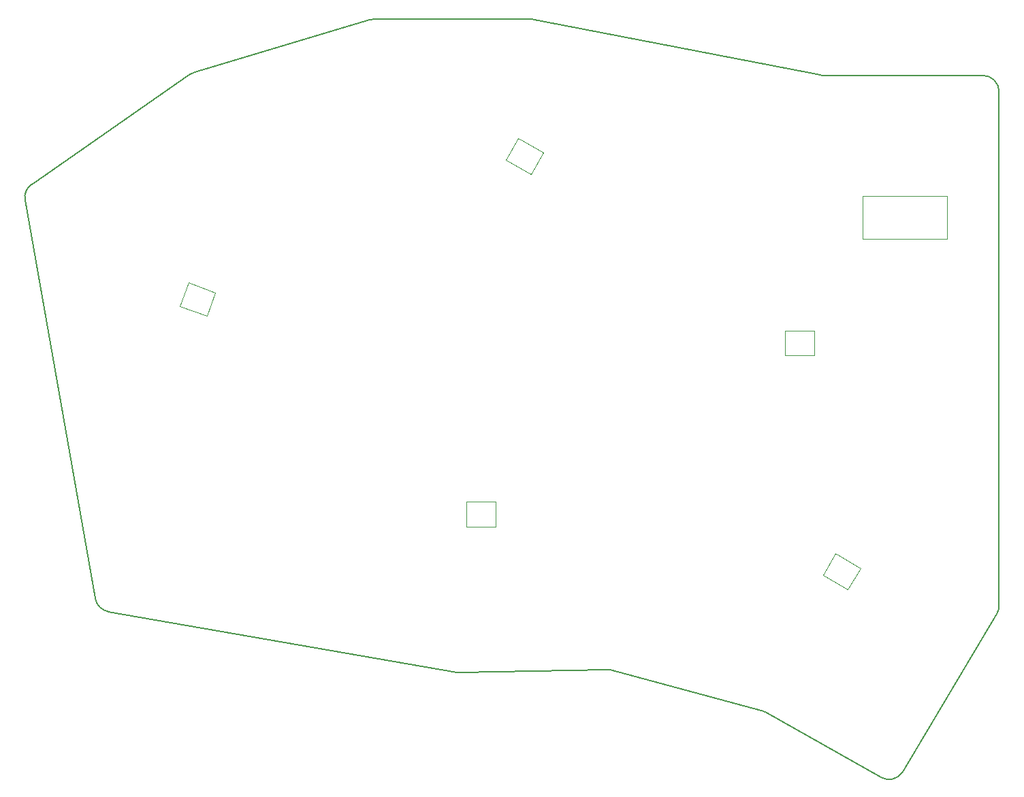
<source format=gbr>
%TF.GenerationSoftware,KiCad,Pcbnew,9.0.3*%
%TF.CreationDate,2025-07-20T18:48:36+02:00*%
%TF.ProjectId,kdb-v1,6b64622d-7631-42e6-9b69-6361645f7063,v1.0.0*%
%TF.SameCoordinates,Original*%
%TF.FileFunction,Profile,NP*%
%FSLAX46Y46*%
G04 Gerber Fmt 4.6, Leading zero omitted, Abs format (unit mm)*
G04 Created by KiCad (PCBNEW 9.0.3) date 2025-07-20 18:48:36*
%MOMM*%
%LPD*%
G01*
G04 APERTURE LIST*
%TA.AperFunction,Profile*%
%ADD10C,0.150000*%
%TD*%
%TA.AperFunction,Profile*%
%ADD11C,0.120000*%
%TD*%
G04 APERTURE END LIST*
D10*
X146136964Y-37679179D02*
X181758766Y-44605641D01*
X126240485Y-37642410D02*
X145755224Y-37642410D01*
X103353859Y-44501750D02*
G75*
G02*
X103920709Y-44228980I1139841J-1643350D01*
G01*
X182140505Y-44642410D02*
G75*
G02*
X181758765Y-44605644I-5J2000110D01*
G01*
X145755225Y-37642410D02*
G75*
G02*
X146136963Y-37679182I-25J-2000090D01*
G01*
X136943515Y-118938073D02*
G75*
G02*
X136555085Y-118908739I-44315J1999573D01*
G01*
X201947865Y-44642410D02*
G75*
G02*
X203947890Y-46642410I35J-1999990D01*
G01*
X174403365Y-123641254D02*
G75*
G02*
X174869178Y-123831613I-517665J-1931846D01*
G01*
X125667511Y-37726242D02*
G75*
G02*
X126240485Y-37642406I572989J-1916158D01*
G01*
X155044010Y-118536850D02*
X136943515Y-118938073D01*
X83650358Y-58167612D02*
X103353858Y-44501750D01*
X203947865Y-46642410D02*
X203947865Y-110591861D01*
X174403365Y-123641254D02*
X155605970Y-118604507D01*
X103920712Y-44228991D02*
X125667510Y-37726242D01*
X203947865Y-110591861D02*
G75*
G02*
X203666124Y-111615407I-1999965J-39D01*
G01*
X155044010Y-118536851D02*
G75*
G02*
X155605968Y-118604516I44290J-1999549D01*
G01*
X93183489Y-111333517D02*
G75*
G02*
X91557950Y-109710645I344111J1970217D01*
G01*
X91557982Y-109710639D02*
X82820570Y-60158317D01*
X203666111Y-111615399D02*
X191972209Y-131246319D01*
X189270510Y-131964280D02*
X174869181Y-123831607D01*
X136555085Y-118908739D02*
X93183489Y-111333518D01*
X182140506Y-44642410D02*
X201947865Y-44642410D01*
X82820570Y-60158317D02*
G75*
G02*
X83650343Y-58167590I1969630J347317D01*
G01*
X191972209Y-131246319D02*
G75*
G02*
X189270531Y-131964243I-1718209J1023519D01*
G01*
D11*
%TO.C,RP2040Zero1*%
X186947865Y-65012410D02*
X186947865Y-59642410D01*
X186947865Y-65012410D02*
X197447865Y-65012410D01*
X197447865Y-59642410D02*
X186947865Y-59642410D01*
X197447865Y-59642410D02*
X197447865Y-65012410D01*
%TO.C,LED5*%
X137747865Y-97692410D02*
X141347865Y-97692410D01*
X141347865Y-100792410D01*
X137747865Y-100792410D01*
X137747865Y-97692410D01*
%TO.C,LED4*%
X186701480Y-105922167D02*
X185151480Y-108606845D01*
X182033788Y-106806845D01*
X183583788Y-104122167D01*
X186701480Y-105922167D01*
%TO.C,LED3*%
X177347865Y-76392410D02*
X180947865Y-76392410D01*
X180947865Y-79492410D01*
X177347865Y-79492410D01*
X177347865Y-76392410D01*
%TO.C,LED2*%
X147281711Y-54250071D02*
X145731711Y-56934749D01*
X142614019Y-55134749D01*
X144164019Y-52450071D01*
X147281711Y-54250071D01*
%TO.C,LED1*%
X106509218Y-71646595D02*
X105448955Y-74559642D01*
X102066062Y-73328369D01*
X103126325Y-70415322D01*
X106509218Y-71646595D01*
%TD*%
M02*

</source>
